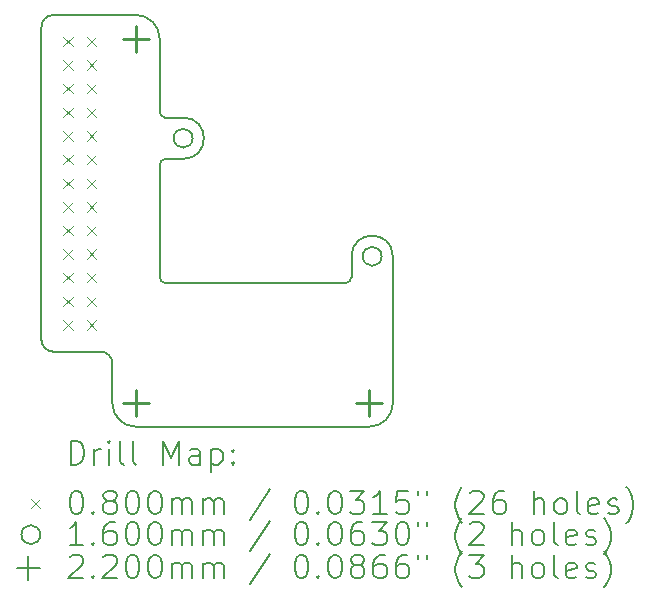
<source format=gbr>
%TF.GenerationSoftware,KiCad,Pcbnew,(6.0.7)*%
%TF.CreationDate,2022-10-21T23:47:18+08:00*%
%TF.ProjectId,pcb_front,7063625f-6672-46f6-9e74-2e6b69636164,rev?*%
%TF.SameCoordinates,Original*%
%TF.FileFunction,Drillmap*%
%TF.FilePolarity,Positive*%
%FSLAX45Y45*%
G04 Gerber Fmt 4.5, Leading zero omitted, Abs format (unit mm)*
G04 Created by KiCad (PCBNEW (6.0.7)) date 2022-10-21 23:47:18*
%MOMM*%
%LPD*%
G01*
G04 APERTURE LIST*
%ADD10C,0.200000*%
%ADD11C,0.080000*%
%ADD12C,0.160000*%
%ADD13C,0.220000*%
G04 APERTURE END LIST*
D10*
X975000Y-643750D02*
X825000Y-643750D01*
X2350000Y-2043750D02*
X825000Y-2043750D01*
X2550000Y-3261406D02*
G75*
G03*
X2750000Y-3061406I0J200000D01*
G01*
X-225000Y-2525000D02*
G75*
G03*
X-125000Y-2625000I99996J-4D01*
G01*
X-225000Y125000D02*
X-225000Y-2525000D01*
X375000Y-2725000D02*
G75*
G03*
X275000Y-2625000I-100004J-4D01*
G01*
X375000Y-2725000D02*
X375000Y-3061406D01*
X2750000Y-1818750D02*
G75*
G03*
X2400000Y-1818750I-175000J0D01*
G01*
X825000Y-993750D02*
X975000Y-993750D01*
X2400000Y-1818750D02*
X2400000Y-1993750D01*
X975000Y-993750D02*
G75*
G03*
X975000Y-643750I0J175000D01*
G01*
X775000Y-1993750D02*
G75*
G03*
X825000Y-2043750I50000J0D01*
G01*
X2750000Y-3061406D02*
X2750000Y-1818750D01*
X775000Y25000D02*
G75*
G03*
X575000Y225000I-200000J0D01*
G01*
X775000Y-593750D02*
G75*
G03*
X825000Y-643750I50000J0D01*
G01*
X825000Y-993750D02*
G75*
G03*
X775000Y-1043750I0J-50000D01*
G01*
X-125000Y-2625000D02*
X275000Y-2625000D01*
X575000Y225000D02*
X-125000Y225000D01*
X2350000Y-2043750D02*
G75*
G03*
X2400000Y-1993750I0J50000D01*
G01*
X575000Y-3261406D02*
X2550000Y-3261406D01*
X-125000Y225000D02*
G75*
G03*
X-225000Y125000I2J-100002D01*
G01*
X775000Y-1993750D02*
X775000Y-1043750D01*
X775000Y-593750D02*
X775000Y25000D01*
X375000Y-3061406D02*
G75*
G03*
X575000Y-3261406I200000J0D01*
G01*
D11*
X-40000Y40000D02*
X40000Y-40000D01*
X40000Y40000D02*
X-40000Y-40000D01*
X-40000Y-160000D02*
X40000Y-240000D01*
X40000Y-160000D02*
X-40000Y-240000D01*
X-40000Y-360000D02*
X40000Y-440000D01*
X40000Y-360000D02*
X-40000Y-440000D01*
X-40000Y-560000D02*
X40000Y-640000D01*
X40000Y-560000D02*
X-40000Y-640000D01*
X-40000Y-760000D02*
X40000Y-840000D01*
X40000Y-760000D02*
X-40000Y-840000D01*
X-40000Y-960000D02*
X40000Y-1040000D01*
X40000Y-960000D02*
X-40000Y-1040000D01*
X-40000Y-1160000D02*
X40000Y-1240000D01*
X40000Y-1160000D02*
X-40000Y-1240000D01*
X-40000Y-1360000D02*
X40000Y-1440000D01*
X40000Y-1360000D02*
X-40000Y-1440000D01*
X-40000Y-1560000D02*
X40000Y-1640000D01*
X40000Y-1560000D02*
X-40000Y-1640000D01*
X-40000Y-1760000D02*
X40000Y-1840000D01*
X40000Y-1760000D02*
X-40000Y-1840000D01*
X-40000Y-1960000D02*
X40000Y-2040000D01*
X40000Y-1960000D02*
X-40000Y-2040000D01*
X-40000Y-2160000D02*
X40000Y-2240000D01*
X40000Y-2160000D02*
X-40000Y-2240000D01*
X-40000Y-2360000D02*
X40000Y-2440000D01*
X40000Y-2360000D02*
X-40000Y-2440000D01*
X160000Y40000D02*
X240000Y-40000D01*
X240000Y40000D02*
X160000Y-40000D01*
X160000Y-160000D02*
X240000Y-240000D01*
X240000Y-160000D02*
X160000Y-240000D01*
X160000Y-360000D02*
X240000Y-440000D01*
X240000Y-360000D02*
X160000Y-440000D01*
X160000Y-560000D02*
X240000Y-640000D01*
X240000Y-560000D02*
X160000Y-640000D01*
X160000Y-760000D02*
X240000Y-840000D01*
X240000Y-760000D02*
X160000Y-840000D01*
X160000Y-960000D02*
X240000Y-1040000D01*
X240000Y-960000D02*
X160000Y-1040000D01*
X160000Y-1160000D02*
X240000Y-1240000D01*
X240000Y-1160000D02*
X160000Y-1240000D01*
X160000Y-1360000D02*
X240000Y-1440000D01*
X240000Y-1360000D02*
X160000Y-1440000D01*
X160000Y-1560000D02*
X240000Y-1640000D01*
X240000Y-1560000D02*
X160000Y-1640000D01*
X160000Y-1760000D02*
X240000Y-1840000D01*
X240000Y-1760000D02*
X160000Y-1840000D01*
X160000Y-1960000D02*
X240000Y-2040000D01*
X240000Y-1960000D02*
X160000Y-2040000D01*
X160000Y-2160000D02*
X240000Y-2240000D01*
X240000Y-2160000D02*
X160000Y-2240000D01*
X160000Y-2360000D02*
X240000Y-2440000D01*
X240000Y-2360000D02*
X160000Y-2440000D01*
D12*
X1055000Y-818750D02*
G75*
G03*
X1055000Y-818750I-80000J0D01*
G01*
X2655000Y-1818750D02*
G75*
G03*
X2655000Y-1818750I-80000J0D01*
G01*
D13*
X575000Y135000D02*
X575000Y-85000D01*
X465000Y25000D02*
X685000Y25000D01*
X575000Y-2951410D02*
X575000Y-3171410D01*
X465000Y-3061410D02*
X685000Y-3061410D01*
X2550000Y-2951410D02*
X2550000Y-3171410D01*
X2440000Y-3061410D02*
X2660000Y-3061410D01*
D10*
X22619Y-3581882D02*
X22619Y-3381882D01*
X70238Y-3381882D01*
X98809Y-3391406D01*
X117857Y-3410454D01*
X127381Y-3429501D01*
X136905Y-3467597D01*
X136905Y-3496168D01*
X127381Y-3534263D01*
X117857Y-3553311D01*
X98809Y-3572359D01*
X70238Y-3581882D01*
X22619Y-3581882D01*
X222619Y-3581882D02*
X222619Y-3448549D01*
X222619Y-3486644D02*
X232143Y-3467597D01*
X241667Y-3458073D01*
X260714Y-3448549D01*
X279762Y-3448549D01*
X346429Y-3581882D02*
X346429Y-3448549D01*
X346429Y-3381882D02*
X336905Y-3391406D01*
X346429Y-3400930D01*
X355952Y-3391406D01*
X346429Y-3381882D01*
X346429Y-3400930D01*
X470238Y-3581882D02*
X451190Y-3572359D01*
X441667Y-3553311D01*
X441667Y-3381882D01*
X575000Y-3581882D02*
X555952Y-3572359D01*
X546429Y-3553311D01*
X546429Y-3381882D01*
X803571Y-3581882D02*
X803571Y-3381882D01*
X870238Y-3524740D01*
X936905Y-3381882D01*
X936905Y-3581882D01*
X1117857Y-3581882D02*
X1117857Y-3477120D01*
X1108333Y-3458073D01*
X1089286Y-3448549D01*
X1051190Y-3448549D01*
X1032143Y-3458073D01*
X1117857Y-3572359D02*
X1098810Y-3581882D01*
X1051190Y-3581882D01*
X1032143Y-3572359D01*
X1022619Y-3553311D01*
X1022619Y-3534263D01*
X1032143Y-3515216D01*
X1051190Y-3505692D01*
X1098810Y-3505692D01*
X1117857Y-3496168D01*
X1213095Y-3448549D02*
X1213095Y-3648549D01*
X1213095Y-3458073D02*
X1232143Y-3448549D01*
X1270238Y-3448549D01*
X1289286Y-3458073D01*
X1298810Y-3467597D01*
X1308333Y-3486644D01*
X1308333Y-3543787D01*
X1298810Y-3562835D01*
X1289286Y-3572359D01*
X1270238Y-3581882D01*
X1232143Y-3581882D01*
X1213095Y-3572359D01*
X1394048Y-3562835D02*
X1403571Y-3572359D01*
X1394048Y-3581882D01*
X1384524Y-3572359D01*
X1394048Y-3562835D01*
X1394048Y-3581882D01*
X1394048Y-3458073D02*
X1403571Y-3467597D01*
X1394048Y-3477120D01*
X1384524Y-3467597D01*
X1394048Y-3458073D01*
X1394048Y-3477120D01*
D11*
X-315000Y-3871406D02*
X-235000Y-3951406D01*
X-235000Y-3871406D02*
X-315000Y-3951406D01*
D10*
X60714Y-3801882D02*
X79762Y-3801882D01*
X98809Y-3811406D01*
X108333Y-3820930D01*
X117857Y-3839978D01*
X127381Y-3878073D01*
X127381Y-3925692D01*
X117857Y-3963787D01*
X108333Y-3982835D01*
X98809Y-3992359D01*
X79762Y-4001882D01*
X60714Y-4001882D01*
X41667Y-3992359D01*
X32143Y-3982835D01*
X22619Y-3963787D01*
X13095Y-3925692D01*
X13095Y-3878073D01*
X22619Y-3839978D01*
X32143Y-3820930D01*
X41667Y-3811406D01*
X60714Y-3801882D01*
X213095Y-3982835D02*
X222619Y-3992359D01*
X213095Y-4001882D01*
X203571Y-3992359D01*
X213095Y-3982835D01*
X213095Y-4001882D01*
X336905Y-3887597D02*
X317857Y-3878073D01*
X308333Y-3868549D01*
X298810Y-3849501D01*
X298810Y-3839978D01*
X308333Y-3820930D01*
X317857Y-3811406D01*
X336905Y-3801882D01*
X375000Y-3801882D01*
X394048Y-3811406D01*
X403571Y-3820930D01*
X413095Y-3839978D01*
X413095Y-3849501D01*
X403571Y-3868549D01*
X394048Y-3878073D01*
X375000Y-3887597D01*
X336905Y-3887597D01*
X317857Y-3897120D01*
X308333Y-3906644D01*
X298810Y-3925692D01*
X298810Y-3963787D01*
X308333Y-3982835D01*
X317857Y-3992359D01*
X336905Y-4001882D01*
X375000Y-4001882D01*
X394048Y-3992359D01*
X403571Y-3982835D01*
X413095Y-3963787D01*
X413095Y-3925692D01*
X403571Y-3906644D01*
X394048Y-3897120D01*
X375000Y-3887597D01*
X536905Y-3801882D02*
X555952Y-3801882D01*
X575000Y-3811406D01*
X584524Y-3820930D01*
X594048Y-3839978D01*
X603571Y-3878073D01*
X603571Y-3925692D01*
X594048Y-3963787D01*
X584524Y-3982835D01*
X575000Y-3992359D01*
X555952Y-4001882D01*
X536905Y-4001882D01*
X517857Y-3992359D01*
X508333Y-3982835D01*
X498809Y-3963787D01*
X489286Y-3925692D01*
X489286Y-3878073D01*
X498809Y-3839978D01*
X508333Y-3820930D01*
X517857Y-3811406D01*
X536905Y-3801882D01*
X727381Y-3801882D02*
X746428Y-3801882D01*
X765476Y-3811406D01*
X775000Y-3820930D01*
X784524Y-3839978D01*
X794048Y-3878073D01*
X794048Y-3925692D01*
X784524Y-3963787D01*
X775000Y-3982835D01*
X765476Y-3992359D01*
X746428Y-4001882D01*
X727381Y-4001882D01*
X708333Y-3992359D01*
X698810Y-3982835D01*
X689286Y-3963787D01*
X679762Y-3925692D01*
X679762Y-3878073D01*
X689286Y-3839978D01*
X698810Y-3820930D01*
X708333Y-3811406D01*
X727381Y-3801882D01*
X879762Y-4001882D02*
X879762Y-3868549D01*
X879762Y-3887597D02*
X889286Y-3878073D01*
X908333Y-3868549D01*
X936905Y-3868549D01*
X955952Y-3878073D01*
X965476Y-3897120D01*
X965476Y-4001882D01*
X965476Y-3897120D02*
X975000Y-3878073D01*
X994048Y-3868549D01*
X1022619Y-3868549D01*
X1041667Y-3878073D01*
X1051190Y-3897120D01*
X1051190Y-4001882D01*
X1146429Y-4001882D02*
X1146429Y-3868549D01*
X1146429Y-3887597D02*
X1155952Y-3878073D01*
X1175000Y-3868549D01*
X1203571Y-3868549D01*
X1222619Y-3878073D01*
X1232143Y-3897120D01*
X1232143Y-4001882D01*
X1232143Y-3897120D02*
X1241667Y-3878073D01*
X1260714Y-3868549D01*
X1289286Y-3868549D01*
X1308333Y-3878073D01*
X1317857Y-3897120D01*
X1317857Y-4001882D01*
X1708333Y-3792359D02*
X1536905Y-4049501D01*
X1965476Y-3801882D02*
X1984524Y-3801882D01*
X2003571Y-3811406D01*
X2013095Y-3820930D01*
X2022619Y-3839978D01*
X2032143Y-3878073D01*
X2032143Y-3925692D01*
X2022619Y-3963787D01*
X2013095Y-3982835D01*
X2003571Y-3992359D01*
X1984524Y-4001882D01*
X1965476Y-4001882D01*
X1946428Y-3992359D01*
X1936905Y-3982835D01*
X1927381Y-3963787D01*
X1917857Y-3925692D01*
X1917857Y-3878073D01*
X1927381Y-3839978D01*
X1936905Y-3820930D01*
X1946428Y-3811406D01*
X1965476Y-3801882D01*
X2117857Y-3982835D02*
X2127381Y-3992359D01*
X2117857Y-4001882D01*
X2108333Y-3992359D01*
X2117857Y-3982835D01*
X2117857Y-4001882D01*
X2251190Y-3801882D02*
X2270238Y-3801882D01*
X2289286Y-3811406D01*
X2298810Y-3820930D01*
X2308333Y-3839978D01*
X2317857Y-3878073D01*
X2317857Y-3925692D01*
X2308333Y-3963787D01*
X2298810Y-3982835D01*
X2289286Y-3992359D01*
X2270238Y-4001882D01*
X2251190Y-4001882D01*
X2232143Y-3992359D01*
X2222619Y-3982835D01*
X2213095Y-3963787D01*
X2203571Y-3925692D01*
X2203571Y-3878073D01*
X2213095Y-3839978D01*
X2222619Y-3820930D01*
X2232143Y-3811406D01*
X2251190Y-3801882D01*
X2384524Y-3801882D02*
X2508333Y-3801882D01*
X2441667Y-3878073D01*
X2470238Y-3878073D01*
X2489286Y-3887597D01*
X2498810Y-3897120D01*
X2508333Y-3916168D01*
X2508333Y-3963787D01*
X2498810Y-3982835D01*
X2489286Y-3992359D01*
X2470238Y-4001882D01*
X2413095Y-4001882D01*
X2394048Y-3992359D01*
X2384524Y-3982835D01*
X2698810Y-4001882D02*
X2584524Y-4001882D01*
X2641667Y-4001882D02*
X2641667Y-3801882D01*
X2622619Y-3830454D01*
X2603571Y-3849501D01*
X2584524Y-3859025D01*
X2879762Y-3801882D02*
X2784524Y-3801882D01*
X2775000Y-3897120D01*
X2784524Y-3887597D01*
X2803571Y-3878073D01*
X2851190Y-3878073D01*
X2870238Y-3887597D01*
X2879762Y-3897120D01*
X2889286Y-3916168D01*
X2889286Y-3963787D01*
X2879762Y-3982835D01*
X2870238Y-3992359D01*
X2851190Y-4001882D01*
X2803571Y-4001882D01*
X2784524Y-3992359D01*
X2775000Y-3982835D01*
X2965476Y-3801882D02*
X2965476Y-3839978D01*
X3041667Y-3801882D02*
X3041667Y-3839978D01*
X3336905Y-4078073D02*
X3327381Y-4068549D01*
X3308333Y-4039978D01*
X3298809Y-4020930D01*
X3289286Y-3992359D01*
X3279762Y-3944740D01*
X3279762Y-3906644D01*
X3289286Y-3859025D01*
X3298809Y-3830454D01*
X3308333Y-3811406D01*
X3327381Y-3782835D01*
X3336905Y-3773311D01*
X3403571Y-3820930D02*
X3413095Y-3811406D01*
X3432143Y-3801882D01*
X3479762Y-3801882D01*
X3498809Y-3811406D01*
X3508333Y-3820930D01*
X3517857Y-3839978D01*
X3517857Y-3859025D01*
X3508333Y-3887597D01*
X3394048Y-4001882D01*
X3517857Y-4001882D01*
X3689286Y-3801882D02*
X3651190Y-3801882D01*
X3632143Y-3811406D01*
X3622619Y-3820930D01*
X3603571Y-3849501D01*
X3594048Y-3887597D01*
X3594048Y-3963787D01*
X3603571Y-3982835D01*
X3613095Y-3992359D01*
X3632143Y-4001882D01*
X3670238Y-4001882D01*
X3689286Y-3992359D01*
X3698809Y-3982835D01*
X3708333Y-3963787D01*
X3708333Y-3916168D01*
X3698809Y-3897120D01*
X3689286Y-3887597D01*
X3670238Y-3878073D01*
X3632143Y-3878073D01*
X3613095Y-3887597D01*
X3603571Y-3897120D01*
X3594048Y-3916168D01*
X3946428Y-4001882D02*
X3946428Y-3801882D01*
X4032143Y-4001882D02*
X4032143Y-3897120D01*
X4022619Y-3878073D01*
X4003571Y-3868549D01*
X3975000Y-3868549D01*
X3955952Y-3878073D01*
X3946428Y-3887597D01*
X4155952Y-4001882D02*
X4136905Y-3992359D01*
X4127381Y-3982835D01*
X4117857Y-3963787D01*
X4117857Y-3906644D01*
X4127381Y-3887597D01*
X4136905Y-3878073D01*
X4155952Y-3868549D01*
X4184524Y-3868549D01*
X4203571Y-3878073D01*
X4213095Y-3887597D01*
X4222619Y-3906644D01*
X4222619Y-3963787D01*
X4213095Y-3982835D01*
X4203571Y-3992359D01*
X4184524Y-4001882D01*
X4155952Y-4001882D01*
X4336905Y-4001882D02*
X4317857Y-3992359D01*
X4308333Y-3973311D01*
X4308333Y-3801882D01*
X4489286Y-3992359D02*
X4470238Y-4001882D01*
X4432143Y-4001882D01*
X4413095Y-3992359D01*
X4403571Y-3973311D01*
X4403571Y-3897120D01*
X4413095Y-3878073D01*
X4432143Y-3868549D01*
X4470238Y-3868549D01*
X4489286Y-3878073D01*
X4498810Y-3897120D01*
X4498810Y-3916168D01*
X4403571Y-3935216D01*
X4575000Y-3992359D02*
X4594048Y-4001882D01*
X4632143Y-4001882D01*
X4651190Y-3992359D01*
X4660714Y-3973311D01*
X4660714Y-3963787D01*
X4651190Y-3944740D01*
X4632143Y-3935216D01*
X4603571Y-3935216D01*
X4584524Y-3925692D01*
X4575000Y-3906644D01*
X4575000Y-3897120D01*
X4584524Y-3878073D01*
X4603571Y-3868549D01*
X4632143Y-3868549D01*
X4651190Y-3878073D01*
X4727381Y-4078073D02*
X4736905Y-4068549D01*
X4755952Y-4039978D01*
X4765476Y-4020930D01*
X4775000Y-3992359D01*
X4784524Y-3944740D01*
X4784524Y-3906644D01*
X4775000Y-3859025D01*
X4765476Y-3830454D01*
X4755952Y-3811406D01*
X4736905Y-3782835D01*
X4727381Y-3773311D01*
D12*
X-235000Y-4175406D02*
G75*
G03*
X-235000Y-4175406I-80000J0D01*
G01*
D10*
X127381Y-4265882D02*
X13095Y-4265882D01*
X70238Y-4265882D02*
X70238Y-4065882D01*
X51190Y-4094454D01*
X32143Y-4113501D01*
X13095Y-4123025D01*
X213095Y-4246835D02*
X222619Y-4256359D01*
X213095Y-4265882D01*
X203571Y-4256359D01*
X213095Y-4246835D01*
X213095Y-4265882D01*
X394048Y-4065882D02*
X355952Y-4065882D01*
X336905Y-4075406D01*
X327381Y-4084930D01*
X308333Y-4113501D01*
X298810Y-4151597D01*
X298810Y-4227787D01*
X308333Y-4246835D01*
X317857Y-4256359D01*
X336905Y-4265882D01*
X375000Y-4265882D01*
X394048Y-4256359D01*
X403571Y-4246835D01*
X413095Y-4227787D01*
X413095Y-4180168D01*
X403571Y-4161120D01*
X394048Y-4151597D01*
X375000Y-4142073D01*
X336905Y-4142073D01*
X317857Y-4151597D01*
X308333Y-4161120D01*
X298810Y-4180168D01*
X536905Y-4065882D02*
X555952Y-4065882D01*
X575000Y-4075406D01*
X584524Y-4084930D01*
X594048Y-4103978D01*
X603571Y-4142073D01*
X603571Y-4189692D01*
X594048Y-4227787D01*
X584524Y-4246835D01*
X575000Y-4256359D01*
X555952Y-4265882D01*
X536905Y-4265882D01*
X517857Y-4256359D01*
X508333Y-4246835D01*
X498809Y-4227787D01*
X489286Y-4189692D01*
X489286Y-4142073D01*
X498809Y-4103978D01*
X508333Y-4084930D01*
X517857Y-4075406D01*
X536905Y-4065882D01*
X727381Y-4065882D02*
X746428Y-4065882D01*
X765476Y-4075406D01*
X775000Y-4084930D01*
X784524Y-4103978D01*
X794048Y-4142073D01*
X794048Y-4189692D01*
X784524Y-4227787D01*
X775000Y-4246835D01*
X765476Y-4256359D01*
X746428Y-4265882D01*
X727381Y-4265882D01*
X708333Y-4256359D01*
X698810Y-4246835D01*
X689286Y-4227787D01*
X679762Y-4189692D01*
X679762Y-4142073D01*
X689286Y-4103978D01*
X698810Y-4084930D01*
X708333Y-4075406D01*
X727381Y-4065882D01*
X879762Y-4265882D02*
X879762Y-4132549D01*
X879762Y-4151597D02*
X889286Y-4142073D01*
X908333Y-4132549D01*
X936905Y-4132549D01*
X955952Y-4142073D01*
X965476Y-4161120D01*
X965476Y-4265882D01*
X965476Y-4161120D02*
X975000Y-4142073D01*
X994048Y-4132549D01*
X1022619Y-4132549D01*
X1041667Y-4142073D01*
X1051190Y-4161120D01*
X1051190Y-4265882D01*
X1146429Y-4265882D02*
X1146429Y-4132549D01*
X1146429Y-4151597D02*
X1155952Y-4142073D01*
X1175000Y-4132549D01*
X1203571Y-4132549D01*
X1222619Y-4142073D01*
X1232143Y-4161120D01*
X1232143Y-4265882D01*
X1232143Y-4161120D02*
X1241667Y-4142073D01*
X1260714Y-4132549D01*
X1289286Y-4132549D01*
X1308333Y-4142073D01*
X1317857Y-4161120D01*
X1317857Y-4265882D01*
X1708333Y-4056359D02*
X1536905Y-4313502D01*
X1965476Y-4065882D02*
X1984524Y-4065882D01*
X2003571Y-4075406D01*
X2013095Y-4084930D01*
X2022619Y-4103978D01*
X2032143Y-4142073D01*
X2032143Y-4189692D01*
X2022619Y-4227787D01*
X2013095Y-4246835D01*
X2003571Y-4256359D01*
X1984524Y-4265882D01*
X1965476Y-4265882D01*
X1946428Y-4256359D01*
X1936905Y-4246835D01*
X1927381Y-4227787D01*
X1917857Y-4189692D01*
X1917857Y-4142073D01*
X1927381Y-4103978D01*
X1936905Y-4084930D01*
X1946428Y-4075406D01*
X1965476Y-4065882D01*
X2117857Y-4246835D02*
X2127381Y-4256359D01*
X2117857Y-4265882D01*
X2108333Y-4256359D01*
X2117857Y-4246835D01*
X2117857Y-4265882D01*
X2251190Y-4065882D02*
X2270238Y-4065882D01*
X2289286Y-4075406D01*
X2298810Y-4084930D01*
X2308333Y-4103978D01*
X2317857Y-4142073D01*
X2317857Y-4189692D01*
X2308333Y-4227787D01*
X2298810Y-4246835D01*
X2289286Y-4256359D01*
X2270238Y-4265882D01*
X2251190Y-4265882D01*
X2232143Y-4256359D01*
X2222619Y-4246835D01*
X2213095Y-4227787D01*
X2203571Y-4189692D01*
X2203571Y-4142073D01*
X2213095Y-4103978D01*
X2222619Y-4084930D01*
X2232143Y-4075406D01*
X2251190Y-4065882D01*
X2489286Y-4065882D02*
X2451190Y-4065882D01*
X2432143Y-4075406D01*
X2422619Y-4084930D01*
X2403571Y-4113501D01*
X2394048Y-4151597D01*
X2394048Y-4227787D01*
X2403571Y-4246835D01*
X2413095Y-4256359D01*
X2432143Y-4265882D01*
X2470238Y-4265882D01*
X2489286Y-4256359D01*
X2498810Y-4246835D01*
X2508333Y-4227787D01*
X2508333Y-4180168D01*
X2498810Y-4161120D01*
X2489286Y-4151597D01*
X2470238Y-4142073D01*
X2432143Y-4142073D01*
X2413095Y-4151597D01*
X2403571Y-4161120D01*
X2394048Y-4180168D01*
X2575000Y-4065882D02*
X2698810Y-4065882D01*
X2632143Y-4142073D01*
X2660714Y-4142073D01*
X2679762Y-4151597D01*
X2689286Y-4161120D01*
X2698810Y-4180168D01*
X2698810Y-4227787D01*
X2689286Y-4246835D01*
X2679762Y-4256359D01*
X2660714Y-4265882D01*
X2603571Y-4265882D01*
X2584524Y-4256359D01*
X2575000Y-4246835D01*
X2822619Y-4065882D02*
X2841667Y-4065882D01*
X2860714Y-4075406D01*
X2870238Y-4084930D01*
X2879762Y-4103978D01*
X2889286Y-4142073D01*
X2889286Y-4189692D01*
X2879762Y-4227787D01*
X2870238Y-4246835D01*
X2860714Y-4256359D01*
X2841667Y-4265882D01*
X2822619Y-4265882D01*
X2803571Y-4256359D01*
X2794048Y-4246835D01*
X2784524Y-4227787D01*
X2775000Y-4189692D01*
X2775000Y-4142073D01*
X2784524Y-4103978D01*
X2794048Y-4084930D01*
X2803571Y-4075406D01*
X2822619Y-4065882D01*
X2965476Y-4065882D02*
X2965476Y-4103978D01*
X3041667Y-4065882D02*
X3041667Y-4103978D01*
X3336905Y-4342073D02*
X3327381Y-4332549D01*
X3308333Y-4303978D01*
X3298809Y-4284930D01*
X3289286Y-4256359D01*
X3279762Y-4208740D01*
X3279762Y-4170644D01*
X3289286Y-4123025D01*
X3298809Y-4094454D01*
X3308333Y-4075406D01*
X3327381Y-4046835D01*
X3336905Y-4037311D01*
X3403571Y-4084930D02*
X3413095Y-4075406D01*
X3432143Y-4065882D01*
X3479762Y-4065882D01*
X3498809Y-4075406D01*
X3508333Y-4084930D01*
X3517857Y-4103978D01*
X3517857Y-4123025D01*
X3508333Y-4151597D01*
X3394048Y-4265882D01*
X3517857Y-4265882D01*
X3755952Y-4265882D02*
X3755952Y-4065882D01*
X3841667Y-4265882D02*
X3841667Y-4161120D01*
X3832143Y-4142073D01*
X3813095Y-4132549D01*
X3784524Y-4132549D01*
X3765476Y-4142073D01*
X3755952Y-4151597D01*
X3965476Y-4265882D02*
X3946428Y-4256359D01*
X3936905Y-4246835D01*
X3927381Y-4227787D01*
X3927381Y-4170644D01*
X3936905Y-4151597D01*
X3946428Y-4142073D01*
X3965476Y-4132549D01*
X3994048Y-4132549D01*
X4013095Y-4142073D01*
X4022619Y-4151597D01*
X4032143Y-4170644D01*
X4032143Y-4227787D01*
X4022619Y-4246835D01*
X4013095Y-4256359D01*
X3994048Y-4265882D01*
X3965476Y-4265882D01*
X4146428Y-4265882D02*
X4127381Y-4256359D01*
X4117857Y-4237311D01*
X4117857Y-4065882D01*
X4298810Y-4256359D02*
X4279762Y-4265882D01*
X4241667Y-4265882D01*
X4222619Y-4256359D01*
X4213095Y-4237311D01*
X4213095Y-4161120D01*
X4222619Y-4142073D01*
X4241667Y-4132549D01*
X4279762Y-4132549D01*
X4298810Y-4142073D01*
X4308333Y-4161120D01*
X4308333Y-4180168D01*
X4213095Y-4199216D01*
X4384524Y-4256359D02*
X4403571Y-4265882D01*
X4441667Y-4265882D01*
X4460714Y-4256359D01*
X4470238Y-4237311D01*
X4470238Y-4227787D01*
X4460714Y-4208740D01*
X4441667Y-4199216D01*
X4413095Y-4199216D01*
X4394048Y-4189692D01*
X4384524Y-4170644D01*
X4384524Y-4161120D01*
X4394048Y-4142073D01*
X4413095Y-4132549D01*
X4441667Y-4132549D01*
X4460714Y-4142073D01*
X4536905Y-4342073D02*
X4546429Y-4332549D01*
X4565476Y-4303978D01*
X4575000Y-4284930D01*
X4584524Y-4256359D01*
X4594048Y-4208740D01*
X4594048Y-4170644D01*
X4584524Y-4123025D01*
X4575000Y-4094454D01*
X4565476Y-4075406D01*
X4546429Y-4046835D01*
X4536905Y-4037311D01*
X-335000Y-4355406D02*
X-335000Y-4555406D01*
X-435000Y-4455406D02*
X-235000Y-4455406D01*
X13095Y-4364930D02*
X22619Y-4355406D01*
X41667Y-4345882D01*
X89286Y-4345882D01*
X108333Y-4355406D01*
X117857Y-4364930D01*
X127381Y-4383978D01*
X127381Y-4403025D01*
X117857Y-4431597D01*
X3571Y-4545882D01*
X127381Y-4545882D01*
X213095Y-4526835D02*
X222619Y-4536359D01*
X213095Y-4545882D01*
X203571Y-4536359D01*
X213095Y-4526835D01*
X213095Y-4545882D01*
X298810Y-4364930D02*
X308333Y-4355406D01*
X327381Y-4345882D01*
X375000Y-4345882D01*
X394048Y-4355406D01*
X403571Y-4364930D01*
X413095Y-4383978D01*
X413095Y-4403025D01*
X403571Y-4431597D01*
X289286Y-4545882D01*
X413095Y-4545882D01*
X536905Y-4345882D02*
X555952Y-4345882D01*
X575000Y-4355406D01*
X584524Y-4364930D01*
X594048Y-4383978D01*
X603571Y-4422073D01*
X603571Y-4469692D01*
X594048Y-4507787D01*
X584524Y-4526835D01*
X575000Y-4536359D01*
X555952Y-4545882D01*
X536905Y-4545882D01*
X517857Y-4536359D01*
X508333Y-4526835D01*
X498809Y-4507787D01*
X489286Y-4469692D01*
X489286Y-4422073D01*
X498809Y-4383978D01*
X508333Y-4364930D01*
X517857Y-4355406D01*
X536905Y-4345882D01*
X727381Y-4345882D02*
X746428Y-4345882D01*
X765476Y-4355406D01*
X775000Y-4364930D01*
X784524Y-4383978D01*
X794048Y-4422073D01*
X794048Y-4469692D01*
X784524Y-4507787D01*
X775000Y-4526835D01*
X765476Y-4536359D01*
X746428Y-4545882D01*
X727381Y-4545882D01*
X708333Y-4536359D01*
X698810Y-4526835D01*
X689286Y-4507787D01*
X679762Y-4469692D01*
X679762Y-4422073D01*
X689286Y-4383978D01*
X698810Y-4364930D01*
X708333Y-4355406D01*
X727381Y-4345882D01*
X879762Y-4545882D02*
X879762Y-4412549D01*
X879762Y-4431597D02*
X889286Y-4422073D01*
X908333Y-4412549D01*
X936905Y-4412549D01*
X955952Y-4422073D01*
X965476Y-4441121D01*
X965476Y-4545882D01*
X965476Y-4441121D02*
X975000Y-4422073D01*
X994048Y-4412549D01*
X1022619Y-4412549D01*
X1041667Y-4422073D01*
X1051190Y-4441121D01*
X1051190Y-4545882D01*
X1146429Y-4545882D02*
X1146429Y-4412549D01*
X1146429Y-4431597D02*
X1155952Y-4422073D01*
X1175000Y-4412549D01*
X1203571Y-4412549D01*
X1222619Y-4422073D01*
X1232143Y-4441121D01*
X1232143Y-4545882D01*
X1232143Y-4441121D02*
X1241667Y-4422073D01*
X1260714Y-4412549D01*
X1289286Y-4412549D01*
X1308333Y-4422073D01*
X1317857Y-4441121D01*
X1317857Y-4545882D01*
X1708333Y-4336359D02*
X1536905Y-4593502D01*
X1965476Y-4345882D02*
X1984524Y-4345882D01*
X2003571Y-4355406D01*
X2013095Y-4364930D01*
X2022619Y-4383978D01*
X2032143Y-4422073D01*
X2032143Y-4469692D01*
X2022619Y-4507787D01*
X2013095Y-4526835D01*
X2003571Y-4536359D01*
X1984524Y-4545882D01*
X1965476Y-4545882D01*
X1946428Y-4536359D01*
X1936905Y-4526835D01*
X1927381Y-4507787D01*
X1917857Y-4469692D01*
X1917857Y-4422073D01*
X1927381Y-4383978D01*
X1936905Y-4364930D01*
X1946428Y-4355406D01*
X1965476Y-4345882D01*
X2117857Y-4526835D02*
X2127381Y-4536359D01*
X2117857Y-4545882D01*
X2108333Y-4536359D01*
X2117857Y-4526835D01*
X2117857Y-4545882D01*
X2251190Y-4345882D02*
X2270238Y-4345882D01*
X2289286Y-4355406D01*
X2298810Y-4364930D01*
X2308333Y-4383978D01*
X2317857Y-4422073D01*
X2317857Y-4469692D01*
X2308333Y-4507787D01*
X2298810Y-4526835D01*
X2289286Y-4536359D01*
X2270238Y-4545882D01*
X2251190Y-4545882D01*
X2232143Y-4536359D01*
X2222619Y-4526835D01*
X2213095Y-4507787D01*
X2203571Y-4469692D01*
X2203571Y-4422073D01*
X2213095Y-4383978D01*
X2222619Y-4364930D01*
X2232143Y-4355406D01*
X2251190Y-4345882D01*
X2432143Y-4431597D02*
X2413095Y-4422073D01*
X2403571Y-4412549D01*
X2394048Y-4393502D01*
X2394048Y-4383978D01*
X2403571Y-4364930D01*
X2413095Y-4355406D01*
X2432143Y-4345882D01*
X2470238Y-4345882D01*
X2489286Y-4355406D01*
X2498810Y-4364930D01*
X2508333Y-4383978D01*
X2508333Y-4393502D01*
X2498810Y-4412549D01*
X2489286Y-4422073D01*
X2470238Y-4431597D01*
X2432143Y-4431597D01*
X2413095Y-4441121D01*
X2403571Y-4450644D01*
X2394048Y-4469692D01*
X2394048Y-4507787D01*
X2403571Y-4526835D01*
X2413095Y-4536359D01*
X2432143Y-4545882D01*
X2470238Y-4545882D01*
X2489286Y-4536359D01*
X2498810Y-4526835D01*
X2508333Y-4507787D01*
X2508333Y-4469692D01*
X2498810Y-4450644D01*
X2489286Y-4441121D01*
X2470238Y-4431597D01*
X2679762Y-4345882D02*
X2641667Y-4345882D01*
X2622619Y-4355406D01*
X2613095Y-4364930D01*
X2594048Y-4393502D01*
X2584524Y-4431597D01*
X2584524Y-4507787D01*
X2594048Y-4526835D01*
X2603571Y-4536359D01*
X2622619Y-4545882D01*
X2660714Y-4545882D01*
X2679762Y-4536359D01*
X2689286Y-4526835D01*
X2698810Y-4507787D01*
X2698810Y-4460168D01*
X2689286Y-4441121D01*
X2679762Y-4431597D01*
X2660714Y-4422073D01*
X2622619Y-4422073D01*
X2603571Y-4431597D01*
X2594048Y-4441121D01*
X2584524Y-4460168D01*
X2870238Y-4345882D02*
X2832143Y-4345882D01*
X2813095Y-4355406D01*
X2803571Y-4364930D01*
X2784524Y-4393502D01*
X2775000Y-4431597D01*
X2775000Y-4507787D01*
X2784524Y-4526835D01*
X2794048Y-4536359D01*
X2813095Y-4545882D01*
X2851190Y-4545882D01*
X2870238Y-4536359D01*
X2879762Y-4526835D01*
X2889286Y-4507787D01*
X2889286Y-4460168D01*
X2879762Y-4441121D01*
X2870238Y-4431597D01*
X2851190Y-4422073D01*
X2813095Y-4422073D01*
X2794048Y-4431597D01*
X2784524Y-4441121D01*
X2775000Y-4460168D01*
X2965476Y-4345882D02*
X2965476Y-4383978D01*
X3041667Y-4345882D02*
X3041667Y-4383978D01*
X3336905Y-4622073D02*
X3327381Y-4612549D01*
X3308333Y-4583978D01*
X3298809Y-4564930D01*
X3289286Y-4536359D01*
X3279762Y-4488740D01*
X3279762Y-4450644D01*
X3289286Y-4403025D01*
X3298809Y-4374454D01*
X3308333Y-4355406D01*
X3327381Y-4326835D01*
X3336905Y-4317311D01*
X3394048Y-4345882D02*
X3517857Y-4345882D01*
X3451190Y-4422073D01*
X3479762Y-4422073D01*
X3498809Y-4431597D01*
X3508333Y-4441121D01*
X3517857Y-4460168D01*
X3517857Y-4507787D01*
X3508333Y-4526835D01*
X3498809Y-4536359D01*
X3479762Y-4545882D01*
X3422619Y-4545882D01*
X3403571Y-4536359D01*
X3394048Y-4526835D01*
X3755952Y-4545882D02*
X3755952Y-4345882D01*
X3841667Y-4545882D02*
X3841667Y-4441121D01*
X3832143Y-4422073D01*
X3813095Y-4412549D01*
X3784524Y-4412549D01*
X3765476Y-4422073D01*
X3755952Y-4431597D01*
X3965476Y-4545882D02*
X3946428Y-4536359D01*
X3936905Y-4526835D01*
X3927381Y-4507787D01*
X3927381Y-4450644D01*
X3936905Y-4431597D01*
X3946428Y-4422073D01*
X3965476Y-4412549D01*
X3994048Y-4412549D01*
X4013095Y-4422073D01*
X4022619Y-4431597D01*
X4032143Y-4450644D01*
X4032143Y-4507787D01*
X4022619Y-4526835D01*
X4013095Y-4536359D01*
X3994048Y-4545882D01*
X3965476Y-4545882D01*
X4146428Y-4545882D02*
X4127381Y-4536359D01*
X4117857Y-4517311D01*
X4117857Y-4345882D01*
X4298810Y-4536359D02*
X4279762Y-4545882D01*
X4241667Y-4545882D01*
X4222619Y-4536359D01*
X4213095Y-4517311D01*
X4213095Y-4441121D01*
X4222619Y-4422073D01*
X4241667Y-4412549D01*
X4279762Y-4412549D01*
X4298810Y-4422073D01*
X4308333Y-4441121D01*
X4308333Y-4460168D01*
X4213095Y-4479216D01*
X4384524Y-4536359D02*
X4403571Y-4545882D01*
X4441667Y-4545882D01*
X4460714Y-4536359D01*
X4470238Y-4517311D01*
X4470238Y-4507787D01*
X4460714Y-4488740D01*
X4441667Y-4479216D01*
X4413095Y-4479216D01*
X4394048Y-4469692D01*
X4384524Y-4450644D01*
X4384524Y-4441121D01*
X4394048Y-4422073D01*
X4413095Y-4412549D01*
X4441667Y-4412549D01*
X4460714Y-4422073D01*
X4536905Y-4622073D02*
X4546429Y-4612549D01*
X4565476Y-4583978D01*
X4575000Y-4564930D01*
X4584524Y-4536359D01*
X4594048Y-4488740D01*
X4594048Y-4450644D01*
X4584524Y-4403025D01*
X4575000Y-4374454D01*
X4565476Y-4355406D01*
X4546429Y-4326835D01*
X4536905Y-4317311D01*
M02*

</source>
